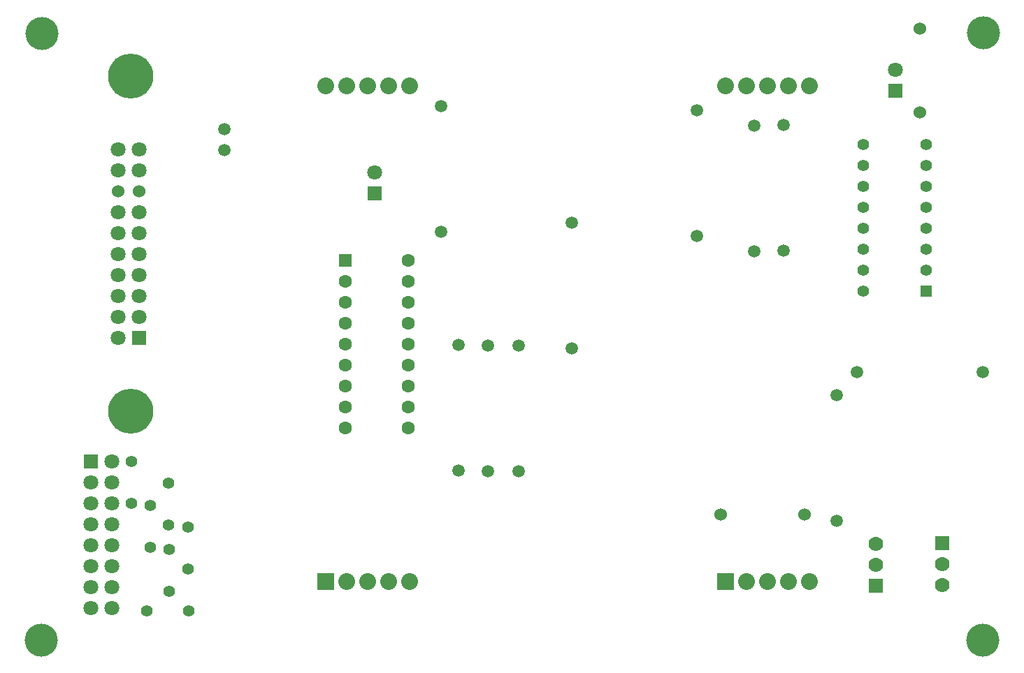
<source format=gtl>
G04 (created by PCBNEW (2013-07-07 BZR 4022)-stable) date 11-Jan-14 3:47:01 PM*
%MOIN*%
G04 Gerber Fmt 3.4, Leading zero omitted, Abs format*
%FSLAX34Y34*%
G01*
G70*
G90*
G04 APERTURE LIST*
%ADD10C,0.00590551*%
%ADD11C,0.055*%
%ADD12R,0.08X0.08*%
%ADD13C,0.08*%
%ADD14C,0.0590551*%
%ADD15R,0.0708661X0.0708661*%
%ADD16C,0.0708661*%
%ADD17C,0.06*%
%ADD18C,0.215*%
%ADD19R,0.0629921X0.0629921*%
%ADD20C,0.0629921*%
%ADD21R,0.055X0.055*%
%ADD22C,0.07*%
%ADD23R,0.07X0.07*%
%ADD24C,0.15748*%
G04 APERTURE END LIST*
G54D10*
G54D11*
X71550Y-53125D03*
X73550Y-53125D03*
G54D12*
X99150Y-51730D03*
G54D13*
X100150Y-51730D03*
X101150Y-51730D03*
X102150Y-51730D03*
X102150Y-28069D03*
X101150Y-28069D03*
X100150Y-28069D03*
X99150Y-28069D03*
X103150Y-51730D03*
X103142Y-28069D03*
G54D14*
X111400Y-41750D03*
X105400Y-41750D03*
G54D15*
X107244Y-28290D03*
G54D16*
X107244Y-27290D03*
G54D14*
X85580Y-35030D03*
X85580Y-29030D03*
X104450Y-48850D03*
X104450Y-42850D03*
X100520Y-35980D03*
X100520Y-29980D03*
X101910Y-35940D03*
X101910Y-29940D03*
X89280Y-40460D03*
X89280Y-46460D03*
X87820Y-40460D03*
X87820Y-46460D03*
X86410Y-40440D03*
X86410Y-46440D03*
X91810Y-40590D03*
X91810Y-34590D03*
X97770Y-35220D03*
X97770Y-29220D03*
X75250Y-30125D03*
X75250Y-31125D03*
G54D15*
X71175Y-40100D03*
G54D16*
X70175Y-40100D03*
X71175Y-39100D03*
X70175Y-39100D03*
X71175Y-38100D03*
X70175Y-38100D03*
X71175Y-37100D03*
X70175Y-37100D03*
X71175Y-36100D03*
X70175Y-36100D03*
X71175Y-35100D03*
X70175Y-35100D03*
X71175Y-34100D03*
X70175Y-34100D03*
G54D17*
X71175Y-33100D03*
X70175Y-33100D03*
G54D16*
X71175Y-32100D03*
X70175Y-32100D03*
X71175Y-31100D03*
X70175Y-31100D03*
G54D18*
X70775Y-43600D03*
X70775Y-27600D03*
G54D19*
X81002Y-36388D03*
G54D20*
X81002Y-37388D03*
X81002Y-38388D03*
X81002Y-39388D03*
X81002Y-40388D03*
X81002Y-41388D03*
X81002Y-42388D03*
X81002Y-43388D03*
X81002Y-44388D03*
X84002Y-44388D03*
X84002Y-43388D03*
X84002Y-42388D03*
X84002Y-41388D03*
X84002Y-40388D03*
X84002Y-39388D03*
X84002Y-38388D03*
X84002Y-37388D03*
X84002Y-36388D03*
G54D21*
X108705Y-37865D03*
G54D11*
X108705Y-36865D03*
X108705Y-35865D03*
X108705Y-34865D03*
X108705Y-33865D03*
X108705Y-32865D03*
X108705Y-31865D03*
X108705Y-30865D03*
X105705Y-30865D03*
X105705Y-31865D03*
X105705Y-32865D03*
X105705Y-33865D03*
X105705Y-34865D03*
X105705Y-35865D03*
X105705Y-36865D03*
X105705Y-37865D03*
G54D15*
X68892Y-45994D03*
G54D16*
X69892Y-45994D03*
X68892Y-46994D03*
X69892Y-46994D03*
X68892Y-47994D03*
X69892Y-47994D03*
X68892Y-48994D03*
X69892Y-48994D03*
X68892Y-49994D03*
X69892Y-49994D03*
X68892Y-50994D03*
X69892Y-50994D03*
X68892Y-51994D03*
X69892Y-51994D03*
X68892Y-52994D03*
X69892Y-52994D03*
G54D12*
X80080Y-51730D03*
G54D13*
X81080Y-51730D03*
X82080Y-51730D03*
X83080Y-51730D03*
X83080Y-28069D03*
X82080Y-28069D03*
X81080Y-28069D03*
X80080Y-28069D03*
X84080Y-51730D03*
X84072Y-28069D03*
G54D15*
X82404Y-33200D03*
G54D16*
X82404Y-32200D03*
G54D17*
X98900Y-48525D03*
X102900Y-48525D03*
X108400Y-29325D03*
X108400Y-25325D03*
G54D22*
X109475Y-51900D03*
X109475Y-50900D03*
G54D23*
X109475Y-49900D03*
G54D22*
X106325Y-49925D03*
X106325Y-50925D03*
G54D23*
X106325Y-51925D03*
G54D11*
X70825Y-48000D03*
X70825Y-46000D03*
X72600Y-52200D03*
X72600Y-50200D03*
X71725Y-50100D03*
X71725Y-48100D03*
X72575Y-49050D03*
X72575Y-47050D03*
X73500Y-51150D03*
X73500Y-49150D03*
G54D24*
X111450Y-25525D03*
X66550Y-25575D03*
X111400Y-54550D03*
X66500Y-54550D03*
M02*

</source>
